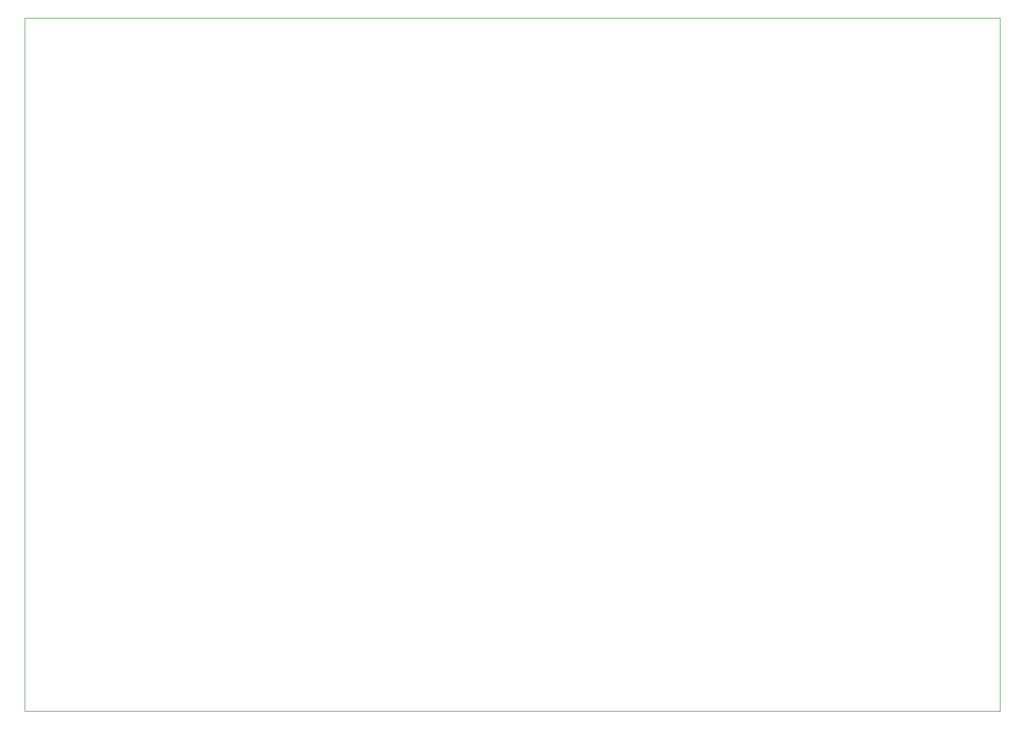
<source format=gm1>
%TF.GenerationSoftware,KiCad,Pcbnew,5.1.12-84ad8e8a86~92~ubuntu18.04.1*%
%TF.CreationDate,2022-02-09T16:29:34-05:00*%
%TF.ProjectId,kicad,6b696361-642e-46b6-9963-61645f706362,rev?*%
%TF.SameCoordinates,Original*%
%TF.FileFunction,Profile,NP*%
%FSLAX46Y46*%
G04 Gerber Fmt 4.6, Leading zero omitted, Abs format (unit mm)*
G04 Created by KiCad (PCBNEW 5.1.12-84ad8e8a86~92~ubuntu18.04.1) date 2022-02-09 16:29:34*
%MOMM*%
%LPD*%
G01*
G04 APERTURE LIST*
%TA.AperFunction,Profile*%
%ADD10C,0.100000*%
%TD*%
G04 APERTURE END LIST*
D10*
X426364400Y-153466800D02*
X426364400Y-258267200D01*
X279095200Y-153466800D02*
X426364400Y-153466800D01*
X279095200Y-258267200D02*
X279095200Y-153466800D01*
X426364400Y-258267200D02*
X279095200Y-258267200D01*
M02*

</source>
